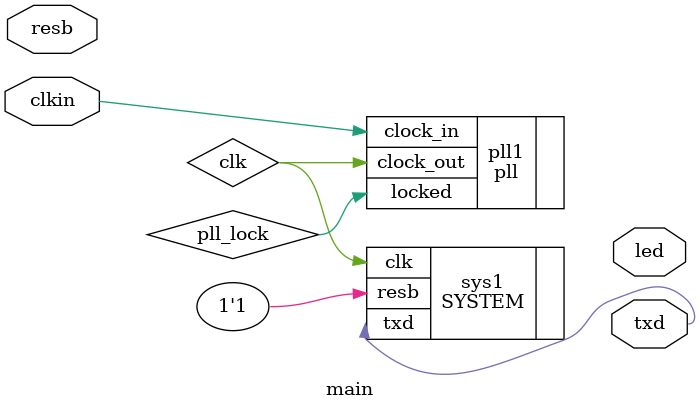
<source format=v>


module main(output txd, input clkin, output [4:0]led, input resb);

wire clk;
//-- Instanciar el PLL
pll
  pll1(
	.clock_in(clkin),
	.clock_out(clk),
	.locked(pll_lock)
	);

SYSTEM sys1(.txd(txd), .clk(clk), .resb(1'b1));


endmodule



</source>
